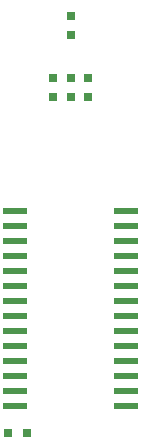
<source format=gbp>
G04 #@! TF.GenerationSoftware,KiCad,Pcbnew,(5.0.2)-1*
G04 #@! TF.CreationDate,2020-04-04T16:59:22+09:00*
G04 #@! TF.ProjectId,Tree,54726565-2e6b-4696-9361-645f70636258,rev?*
G04 #@! TF.SameCoordinates,Original*
G04 #@! TF.FileFunction,Paste,Bot*
G04 #@! TF.FilePolarity,Positive*
%FSLAX46Y46*%
G04 Gerber Fmt 4.6, Leading zero omitted, Abs format (unit mm)*
G04 Created by KiCad (PCBNEW (5.0.2)-1) date 2020/04/04 16:59:22*
%MOMM*%
%LPD*%
G01*
G04 APERTURE LIST*
%ADD10R,2.000000X0.600000*%
%ADD11R,0.800000X0.800000*%
G04 APERTURE END LIST*
D10*
G04 #@! TO.C,U1*
X125300000Y-139755000D03*
X125300000Y-138485000D03*
X125300000Y-137215000D03*
X125300000Y-135945000D03*
X125300000Y-134675000D03*
X125300000Y-133405000D03*
X125300000Y-132135000D03*
X125300000Y-130865000D03*
X125300000Y-129595000D03*
X125300000Y-128325000D03*
X125300000Y-127055000D03*
X125300000Y-125785000D03*
X125300000Y-124515000D03*
X125300000Y-123245000D03*
X134700000Y-123245000D03*
X134700000Y-124515000D03*
X134700000Y-125785000D03*
X134700000Y-127055000D03*
X134700000Y-128325000D03*
X134700000Y-129595000D03*
X134700000Y-130865000D03*
X134700000Y-132135000D03*
X134700000Y-133405000D03*
X134700000Y-134675000D03*
X134700000Y-135945000D03*
X134700000Y-137215000D03*
X134700000Y-138485000D03*
X134700000Y-139755000D03*
G04 #@! TD*
D11*
G04 #@! TO.C,C1*
X126300000Y-142000000D03*
X124700000Y-142000000D03*
G04 #@! TD*
G04 #@! TO.C,R1*
X128500000Y-113600000D03*
X128500000Y-112000000D03*
G04 #@! TD*
G04 #@! TO.C,R2*
X130000000Y-112000000D03*
X130000000Y-113600000D03*
G04 #@! TD*
G04 #@! TO.C,R3*
X131500000Y-113600000D03*
X131500000Y-112000000D03*
G04 #@! TD*
G04 #@! TO.C,D20*
X130000000Y-106700000D03*
X130000000Y-108300000D03*
G04 #@! TD*
M02*

</source>
